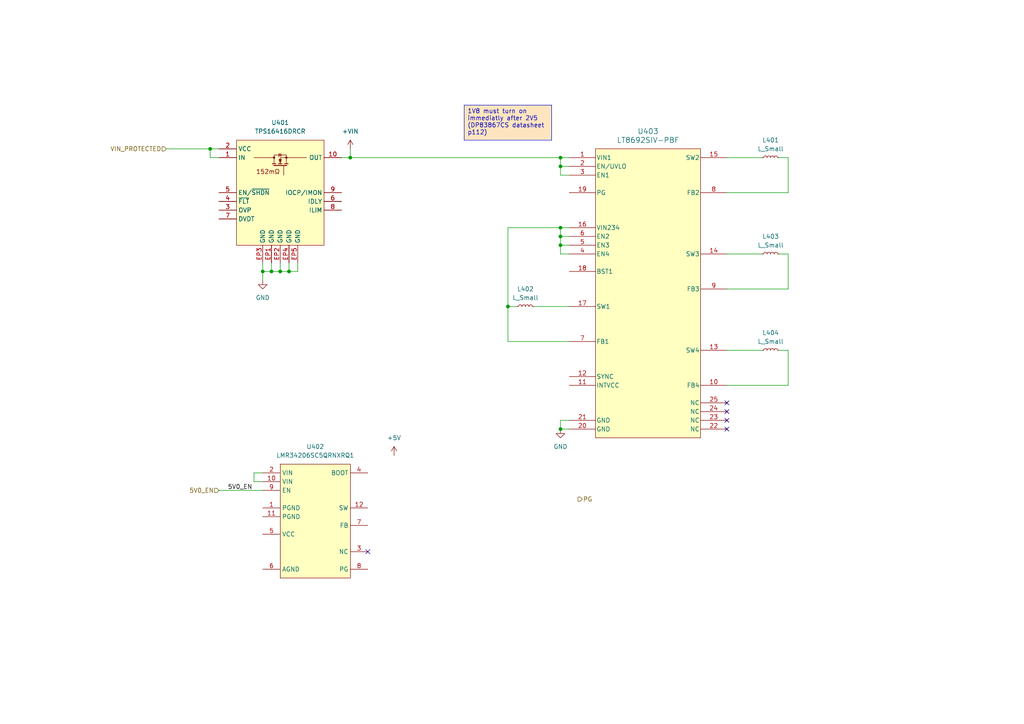
<source format=kicad_sch>
(kicad_sch (version 20231120) (generator "eeschema") (generator_version "8.0")
  (paper "A4")
  (title_block (date "2024-04-06") (rev "0.0.0") (company "Ben Smith"))
  (lib_symbols
    (symbol "Device:L_Small" (pin_numbers hide) (pin_names (offset 0.254) hide)
      (property "Reference" "L" (at 0.762 1.016 0))
      (property "Value" "L_Small" (at 0.762 -1.016 0))
      (symbol "L_Small_0_1"
        (arc (start 0 -2.032) (mid 0.5058 -1.524) (end 0 -1.016))
        (arc (start 0 -1.016) (mid 0.5058 -0.508) (end 0 0))
        (arc (start 0 0) (mid 0.5058 0.508) (end 0 1.016))
        (arc (start 0 1.016) (mid 0.5058 1.524) (end 0 2.032))
      )
      (symbol "L_Small_1_1"
        (pin passive line (at 0 2.54 270) (length 0.508) (name "~") (number "1"))
        (pin passive line (at 0 -2.54 90) (length 0.508) (name "~") (number "2"))
      )
    )
    (symbol "LMR34206SC5QRNXRQ1:LMR34206SC5QRNXRQ1"
      (property "Reference" "U" (at 0 5.08 0))
      (property "Value" "LMR34206SC5QRNXRQ1" (at 0 2.54 0))
      (symbol "LMR34206SC5QRNXRQ1_1_0"
        (pin passive line (at -15.24 -5.08 0) (length 5.08) (name "VIN") (number "10"))
        (pin passive line (at 15.24 -12.7 180) (length 5.08) (name "SW") (number "12"))
        (pin passive line (at -15.24 -2.54 0) (length 5.08) (name "VIN") (number "2"))
        (pin passive line (at 15.24 -25.4 180) (length 5.08) (name "NC") (number "3"))
        (pin passive line (at 15.24 -2.54 180) (length 5.08) (name "BOOT") (number "4"))
        (pin passive line (at -15.24 -20.32 0) (length 5.08) (name "VCC") (number "5"))
        (pin passive line (at -15.24 -30.48 0) (length 5.08) (name "AGND") (number "6"))
        (pin passive line (at 15.24 -17.78 180) (length 5.08) (name "FB") (number "7"))
        (pin passive line (at 15.24 -30.48 180) (length 5.08) (name "PG") (number "8"))
        (pin passive line (at -15.24 -7.62 0) (length 5.08) (name "EN") (number "9"))
      )
      (symbol "LMR34206SC5QRNXRQ1_1_1"
        (rectangle (start -10.16 0) (end 10.16 -33.02) (fill (type background)))
        (pin passive line (at -15.24 -12.7 0) (length 5.08) (name "PGND") (number "1"))
        (pin passive line (at -15.24 -15.24 0) (length 5.08) (name "PGND") (number "11"))
      )
    )
    (symbol "LT8692SIV_PBF:LT8692SIV-PBF" (pin_names (offset 0.254))
      (property "Reference" "U" (at 0 5.08 0))
      (property "Value" "LT8692SIV-PBF" (at 0 2.54 0))
      (symbol "LT8692SIV-PBF_0_1"
        (pin power_in line (at -22.86 -2.54 0) (length 7.62) (name "VIN1") (number "1"))
        (pin input line (at 22.86 -68.58 180) (length 7.62) (name "FB4") (number "10"))
        (pin power_in line (at -22.86 -68.58 0) (length 7.62) (name "INTVCC") (number "11"))
        (pin input line (at -22.86 -66.04 0) (length 7.62) (name "SYNC") (number "12"))
        (pin output line (at 22.86 -58.42 180) (length 7.62) (name "SW4") (number "13"))
        (pin output line (at 22.86 -30.48 180) (length 7.62) (name "SW3") (number "14"))
        (pin output line (at 22.86 -2.54 180) (length 7.62) (name "SW2") (number "15"))
        (pin power_in line (at -22.86 -22.86 0) (length 7.62) (name "VIN234") (number "16"))
        (pin output line (at -22.86 -45.72 0) (length 7.62) (name "SW1") (number "17"))
        (pin power_in line (at -22.86 -35.56 0) (length 7.62) (name "BST1") (number "18"))
        (pin output line (at -22.86 -12.7 0) (length 7.62) (name "PG") (number "19"))
        (pin input line (at -22.86 -5.08 0) (length 7.62) (name "EN/UVLO") (number "2"))
        (pin power_out line (at -22.86 -81.28 0) (length 7.62) (name "GND") (number "20"))
        (pin power_out line (at -22.86 -78.74 0) (length 7.62) (name "GND") (number "21"))
        (pin no_connect line (at 22.86 -81.28 180) (length 7.62) (name "NC") (number "22"))
        (pin no_connect line (at 22.86 -78.74 180) (length 7.62) (name "NC") (number "23"))
        (pin no_connect line (at 22.86 -76.2 180) (length 7.62) (name "NC") (number "24"))
        (pin no_connect line (at 22.86 -73.66 180) (length 7.62) (name "NC") (number "25"))
        (pin input line (at -22.86 -7.62 0) (length 7.62) (name "EN1") (number "3"))
        (pin input line (at -22.86 -30.48 0) (length 7.62) (name "EN4") (number "4"))
        (pin input line (at -22.86 -27.94 0) (length 7.62) (name "EN3") (number "5"))
        (pin input line (at -22.86 -25.4 0) (length 7.62) (name "EN2") (number "6"))
        (pin input line (at -22.86 -55.88 0) (length 7.62) (name "FB1") (number "7"))
        (pin input line (at 22.86 -12.7 180) (length 7.62) (name "FB2") (number "8"))
        (pin input line (at 22.86 -40.64 180) (length 7.62) (name "FB3") (number "9"))
      )
      (symbol "LT8692SIV-PBF_1_1"
        (rectangle (start -15.24 0) (end 15.24 -83.82) (fill (type background)))
      )
    )
    (symbol "TPS16416DRCR:TPS16416DRCR"
      (property "Reference" "U" (at 0 17.78 0))
      (property "Value" "TPS16416DRCR" (at 0 15.24 0))
      (symbol "TPS16416DRCR_0_1"
        (circle (center -1.778 7.62) (radius 0.254) (fill (type outline)))
        (polyline (pts (xy -2.54 7.62) (xy -7.62 7.62)))
        (polyline (pts (xy -2.54 7.62) (xy -1.778 7.62)))
        (polyline (pts (xy -2.286 5.842) (xy -1.27 5.842)) (stroke (width 0.254)))
        (polyline (pts (xy -1.905 5.334) (xy 1.905 5.334)) (stroke (width 0.254)))
        (polyline (pts (xy -0.508 5.842) (xy 0.508 5.842)) (stroke (width 0.254)))
        (polyline (pts (xy 1.016 5.334) (xy 1.016 2.54)))
        (polyline (pts (xy 1.27 5.842) (xy 2.286 5.842)) (stroke (width 0.254)))
        (polyline (pts (xy 2.54 7.62) (xy 2.54 7.62)))
        (polyline (pts (xy 2.54 7.62) (xy 7.62 7.62)))
        (polyline (pts (xy 2.54 7.62) (xy 0 7.62) (xy 0 5.842)))
        (polyline (pts (xy -0.508 7.874) (xy -0.381 8.001) (xy -0.381 8.763) (xy -0.254 8.89)))
        (polyline (pts (xy -0.381 8.382) (xy 0.254 8.001) (xy 0.254 8.763) (xy -0.381 8.382)))
        (polyline (pts (xy 0 6.096) (xy -0.381 7.112) (xy 0.381 7.112) (xy 0 6.096)) (fill (type outline)))
        (polyline (pts (xy 1.778 5.842) (xy 1.778 8.382) (xy -1.778 8.382) (xy -1.778 5.842)))
        (circle (center 1.778 7.62) (radius 0.254) (fill (type outline)))
      )
      (symbol "TPS16416DRCR_1_1"
        (rectangle (start -12.7 12.7) (end 12.7 -17.78) (fill (type background)))
        (text "152mΩ" (at -3.556 3.556 0) (effects (font (size 1.27 1.27))))
        (pin passive line (at -17.78 7.62 0) (length 5.08) (name "IN") (number "1"))
        (pin passive line (at 17.78 7.62 180) (length 5.08) (name "OUT") (number "10"))
        (pin passive line (at -17.78 10.16 0) (length 5.08) (name "VCC") (number "2"))
        (pin passive line (at -17.78 -7.62 0) (length 5.08) (name "OVP") (number "3"))
        (pin passive line (at -17.78 -5.08 0) (length 5.08) (name "~{FLT}") (number "4"))
        (pin passive line (at -17.78 -2.54 0) (length 5.08) (name "EN/~{SHDN}") (number "5"))
        (pin passive line (at 17.78 -5.08 180) (length 5.08) (name "IDLY") (number "6"))
        (pin passive line (at -17.78 -10.16 0) (length 5.08) (name "DVDT") (number "7"))
        (pin passive line (at 17.78 -7.62 180) (length 5.08) (name "ILIM") (number "8"))
        (pin passive line (at 17.78 -2.54 180) (length 5.08) (name "IOCP/IMON") (number "9"))
        (pin passive line (at -2.54 -22.86 90) (length 5.08) (name "GND") (number "EP1"))
        (pin passive line (at 0 -22.86 90) (length 5.08) (name "GND") (number "EP2"))
        (pin passive line (at -5.08 -22.86 90) (length 5.08) (name "GND") (number "EP3"))
        (pin passive line (at 2.54 -22.86 90) (length 5.08) (name "GND") (number "EP4"))
        (pin passive line (at 5.08 -22.86 90) (length 5.08) (name "GND") (number "EP5"))
      )
    )
    (symbol "power:+5V" (power) (pin_numbers hide) (pin_names (offset 0) hide)
      (property "Value" "+5V" (at 0 3.556 0))
      (symbol "+5V_0_1"
        (polyline (pts (xy -0.762 1.27) (xy 0 2.54)))
        (polyline (pts (xy 0 0) (xy 0 2.54)))
        (polyline (pts (xy 0 2.54) (xy 0.762 1.27)))
      )
      (symbol "+5V_1_1"
        (pin power_in line (at 0 0 90) (length 0) (name "~") (number "1"))
      )
    )
    (symbol "power:GND" (power) (pin_numbers hide) (pin_names (offset 0) hide)
      (property "Value" "GND" (at 0 -3.81 0))
      (symbol "GND_0_1"
        (polyline (pts (xy 0 0) (xy 0 -1.27) (xy 1.27 -1.27) (xy 0 -2.54) (xy -1.27 -1.27) (xy 0 -1.27)))
      )
      (symbol "GND_1_1"
        (pin power_in line (at 0 0 270) (length 0) (name "~") (number "1"))
      )
    )
  )
  (junction (at 60.96 43.18))
  (junction (at 162.56 45.72))
  (junction (at 162.56 68.58))
  (junction (at 147.32 88.9))
  (junction (at 83.82 78.74))
  (junction (at 101.6 45.72))
  (junction (at 76.2 78.74))
  (junction (at 162.56 124.46))
  (junction (at 162.56 71.12))
  (junction (at 162.56 48.26))
  (junction (at 81.28 78.74))
  (junction (at 78.74 78.74))
  (junction (at 162.56 66.04))
  (no_connect (at 106.68 160.02))
  (no_connect (at 210.82 119.38))
  (no_connect (at 210.82 121.92))
  (no_connect (at 210.82 116.84))
  (no_connect (at 210.82 124.46))
  (wire (pts (xy 149.86 88.9) (xy 147.32 88.9)))
  (wire (pts (xy 210.82 111.76) (xy 228.6 111.76)))
  (wire (pts (xy 101.6 43.18) (xy 101.6 45.72)))
  (wire (pts (xy 81.28 78.74) (xy 81.28 76.2)))
  (wire (pts (xy 162.56 73.66) (xy 165.1 73.66)))
  (wire (pts (xy 63.5 45.72) (xy 60.96 45.72)))
  (wire (pts (xy 162.56 71.12) (xy 165.1 71.12)))
  (wire (pts (xy 60.96 43.18) (xy 60.96 45.72)))
  (wire (pts (xy 78.74 78.74) (xy 78.74 76.2)))
  (wire (pts (xy 210.82 73.66) (xy 220.98 73.66)))
  (wire (pts (xy 165.1 66.04) (xy 162.56 66.04)))
  (wire (pts (xy 78.74 78.74) (xy 81.28 78.74)))
  (wire (pts (xy 162.56 45.72) (xy 165.1 45.72)))
  (wire (pts (xy 162.56 124.46) (xy 165.1 124.46)))
  (wire (pts (xy 210.82 101.6) (xy 220.98 101.6)))
  (wire (pts (xy 165.1 50.8) (xy 162.56 50.8)))
  (wire (pts (xy 147.32 99.06) (xy 147.32 88.9)))
  (wire (pts (xy 83.82 78.74) (xy 83.82 76.2)))
  (wire (pts (xy 48.26 43.18) (xy 60.96 43.18)))
  (wire (pts (xy 76.2 139.7) (xy 73.66 139.7)))
  (wire (pts (xy 147.32 66.04) (xy 147.32 88.9)))
  (wire (pts (xy 83.82 78.74) (xy 86.36 78.74)))
  (wire (pts (xy 101.6 45.72) (xy 162.56 45.72)))
  (wire (pts (xy 60.96 43.18) (xy 63.5 43.18)))
  (wire (pts (xy 73.66 139.7) (xy 73.66 137.16)))
  (wire (pts (xy 210.82 55.88) (xy 228.6 55.88)))
  (wire (pts (xy 162.56 66.04) (xy 147.32 66.04)))
  (wire (pts (xy 228.6 55.88) (xy 228.6 45.72)))
  (wire (pts (xy 76.2 78.74) (xy 78.74 78.74)))
  (wire (pts (xy 162.56 68.58) (xy 162.56 66.04)))
  (wire (pts (xy 165.1 99.06) (xy 147.32 99.06)))
  (wire (pts (xy 99.06 45.72) (xy 101.6 45.72)))
  (wire (pts (xy 228.6 111.76) (xy 228.6 101.6)))
  (wire (pts (xy 210.82 83.82) (xy 228.6 83.82)))
  (wire (pts (xy 162.56 48.26) (xy 162.56 50.8)))
  (wire (pts (xy 154.94 88.9) (xy 165.1 88.9)))
  (wire (pts (xy 81.28 78.74) (xy 83.82 78.74)))
  (wire (pts (xy 162.56 121.92) (xy 165.1 121.92)))
  (wire (pts (xy 165.1 48.26) (xy 162.56 48.26)))
  (wire (pts (xy 162.56 124.46) (xy 162.56 121.92)))
  (wire (pts (xy 73.66 137.16) (xy 76.2 137.16)))
  (wire (pts (xy 76.2 76.2) (xy 76.2 78.74)))
  (wire (pts (xy 228.6 83.82) (xy 228.6 73.66)))
  (wire (pts (xy 76.2 78.74) (xy 76.2 81.28)))
  (wire (pts (xy 226.06 45.72) (xy 228.6 45.72)))
  (wire (pts (xy 63.5 142.24) (xy 76.2 142.24)))
  (wire (pts (xy 165.1 68.58) (xy 162.56 68.58)))
  (wire (pts (xy 226.06 101.6) (xy 228.6 101.6)))
  (wire (pts (xy 86.36 78.74) (xy 86.36 76.2)))
  (wire (pts (xy 162.56 71.12) (xy 162.56 73.66)))
  (wire (pts (xy 210.82 45.72) (xy 220.98 45.72)))
  (wire (pts (xy 226.06 73.66) (xy 228.6 73.66)))
  (wire (pts (xy 162.56 45.72) (xy 162.56 48.26)))
  (wire (pts (xy 162.56 68.58) (xy 162.56 71.12)))
  (text_box "1V8 must turn on immediatly after 2V5\n(DP83867CS datasheet p112)" (at 134.62 30.48 0) (size 25.4 10.16) (fill (type color) (color 255 229 191 1)) (effects (font (size 1.27 1.27)) (justify left top)))
  (label "5V0_EN" (at 66.04 142.24 0))
  (hierarchical_label "PG" (shape output) (at 167.64 144.78 0))
  (hierarchical_label "VIN_PROTECTED" (shape input) (at 48.26 43.18 180))
  (hierarchical_label "5V0_EN" (shape input) (at 63.5 142.24 180))
  (symbol (lib_id "power:GND") (at 162.56 124.46 0) (unit 1)
    (property "Reference" "#PWR0402" (effects (hide yes)))
    (property "Value" "GND" (at 162.56 129.54 0))
    (property "Description" "Power symbol creates a global label with name \"GND\" , ground" (effects (hide yes)))
  )
  (symbol (lib_id "Device:L_Small") (at 152.4 88.9 90) (unit 1)
    (property "Reference" "L402" (at 152.4 83.82 90))
    (property "Value" "L_Small" (at 152.4 86.36 90))
    (property "Description" "Inductor, small symbol" (effects (hide yes)))
  )
  (symbol (lib_id "power:+5V") (at 114.3 132.08 0) (unit 1)
    (property "Reference" "#PWR0403" (effects (hide yes)))
    (property "Value" "+5V" (at 114.3 127 0))
    (property "Description" "Power symbol creates a global label with name \"+5V\"" (effects (hide yes)))
  )
  (symbol (lib_id "power:+5V") (at 101.6 43.18 0) (unit 1)
    (property "Reference" "#PWR0404" (effects (hide yes)))
    (property "Value" "+VIN" (at 101.6 38.1 0))
    (property "Description" "Power symbol creates a global label with name \"+5V\"" (effects (hide yes)))
  )
  (symbol (lib_id "Device:L_Small") (at 223.52 73.66 90) (unit 1)
    (property "Reference" "L403" (at 223.52 68.58 90))
    (property "Value" "L_Small" (at 223.52 71.12 90))
    (property "Description" "Inductor, small symbol" (effects (hide yes)))
  )
  (symbol (lib_id "LT8692SIV_PBF:LT8692SIV-PBF") (at 187.96 43.18 0) (unit 1)
    (property "Reference" "U403" (at 187.96 38.1 0) (effects (font (size 1.524 1.524))))
    (property "Value" "LT8692SIV-PBF" (at 187.96 40.64 0) (effects (font (size 1.524 1.524))))
    (property "Footprint" "switch_footprints:LT8692SIV_PBF" (effects (hide yes)))
    (property "Datasheet" "https://www.mouser.com/datasheet/2/609/lt8692s-3123781.pdf" (effects (hide yes)))
  )
  (symbol (lib_id "TPS16416DRCR:TPS16416DRCR") (at 81.28 53.34 0) (unit 1)
    (property "Reference" "U401" (at 81.28 35.56 0))
    (property "Value" "TPS16416DRCR" (at 81.28 38.1 0))
    (property "Footprint" "TPS74901DRCR" (effects (hide yes)))
    (property "Datasheet" "https://www.ti.com/lit/ds/symlink/tps1641.pdf?ts=1712225214623&ref_url=https%253A%252F%252Fwww.ti.com%252Fproduct%252FTPS1641" (effects (hide yes)))
    (property "Description" "Hot Swap Voltage Controllers 2.7-V to 40-V 152-mohm 1.8-A eFuse with output power limiting" (effects (hide yes)))
    (property "Height" "2" (effects (hide yes)))
    (property "Mouser Part Number" "595-TPS16416DRCR" (effects (hide yes)))
    (property "Mouser Price/Stock" "https://www.mouser.co.uk/ProductDetail/Texas-Instruments/TPS16416DRCR?qs=ulEaXIWI0c%2Fz%2F%2Fu%2F0Pxr8Q%3D%3D" (effects (hide yes)))
    (property "Manufacturer_Name" "Texas Instruments" (effects (hide yes)))
    (property "Manufacturer_Part_Number" "TPS16416DRCR" (effects (hide yes)))
  )
  (symbol (lib_id "Device:L_Small") (at 223.52 101.6 90) (unit 1)
    (property "Reference" "L404" (at 223.52 96.52 90))
    (property "Value" "L_Small" (at 223.52 99.06 90))
    (property "Description" "Inductor, small symbol" (effects (hide yes)))
  )
  (symbol (lib_id "power:GND") (at 76.2 81.28 0) (unit 1)
    (property "Reference" "#PWR0401" (effects (hide yes)))
    (property "Value" "GND" (at 76.2 86.36 0))
    (property "Description" "Power symbol creates a global label with name \"GND\" , ground" (effects (hide yes)))
  )
  (symbol (lib_id "Device:L_Small") (at 223.52 45.72 90) (unit 1)
    (property "Reference" "L401" (at 223.52 40.64 90))
    (property "Value" "L_Small" (at 223.52 43.18 90))
    (property "Description" "Inductor, small symbol" (effects (hide yes)))
  )
  (symbol (lib_id "LMR34206SC5QRNXRQ1:LMR34206SC5QRNXRQ1") (at 91.44 134.62 0) (unit 1)
    (property "Reference" "U402" (at 91.44 129.54 0))
    (property "Value" "LMR34206SC5QRNXRQ1" (at 91.44 132.08 0))
    (property "Footprint" "switch_footprints:CONV_LMR33620BRNXT" (effects (hide yes)))
    (property "Datasheet" "https://www.ti.com/lit/gpn/lmr34206-q1" (effects (hide yes)))
  )
)
</source>
